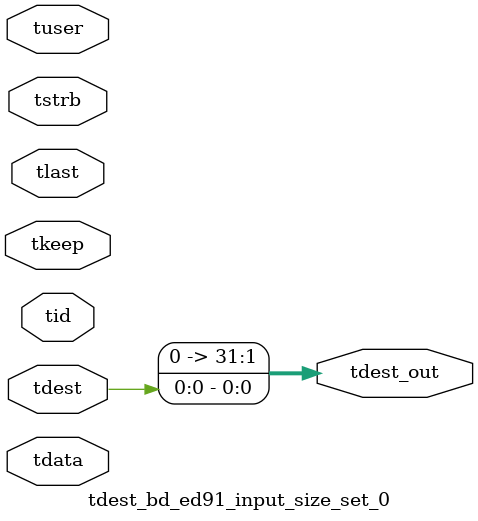
<source format=v>


`timescale 1ps/1ps

module tdest_bd_ed91_input_size_set_0 #
(
parameter C_S_AXIS_TDATA_WIDTH = 32,
parameter C_S_AXIS_TUSER_WIDTH = 0,
parameter C_S_AXIS_TID_WIDTH   = 0,
parameter C_S_AXIS_TDEST_WIDTH = 0,
parameter C_M_AXIS_TDEST_WIDTH = 32
)
(
input  [(C_S_AXIS_TDATA_WIDTH == 0 ? 1 : C_S_AXIS_TDATA_WIDTH)-1:0     ] tdata,
input  [(C_S_AXIS_TUSER_WIDTH == 0 ? 1 : C_S_AXIS_TUSER_WIDTH)-1:0     ] tuser,
input  [(C_S_AXIS_TID_WIDTH   == 0 ? 1 : C_S_AXIS_TID_WIDTH)-1:0       ] tid,
input  [(C_S_AXIS_TDEST_WIDTH == 0 ? 1 : C_S_AXIS_TDEST_WIDTH)-1:0     ] tdest,
input  [(C_S_AXIS_TDATA_WIDTH/8)-1:0 ] tkeep,
input  [(C_S_AXIS_TDATA_WIDTH/8)-1:0 ] tstrb,
input                                                                    tlast,
output [C_M_AXIS_TDEST_WIDTH-1:0] tdest_out
);

assign tdest_out = {tdest[0:0]};

endmodule


</source>
